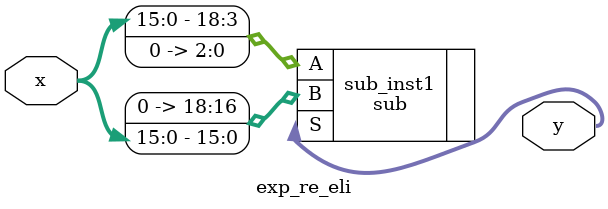
<source format=v>
module exp_re_eli(x,y);
parameter l = 16;
parameter v1 = 3;
parameter v2 = 1;

input [l-1:0] x;
output [l+v1-1:0] y;

wire [v1+l-1:0] sub_re1;
sub #(.n(v1+l))sub_inst1(.A({x,{v1{1'b0}}} ), .B({{v1{1'b0}},x}), .S(y));

endmodule

</source>
